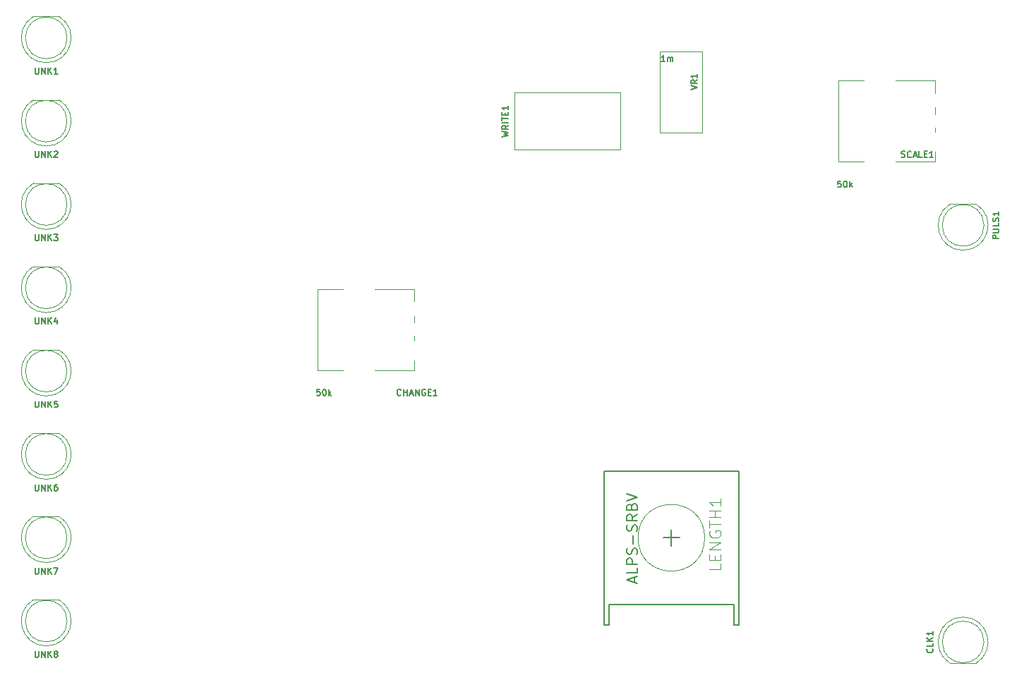
<source format=gbr>
G04 #@! TF.GenerationSoftware,KiCad,Pcbnew,(6.0.5)*
G04 #@! TF.CreationDate,2022-07-14T12:29:54-05:00*
G04 #@! TF.ProjectId,TuringMain,54757269-6e67-44d6-9169-6e2e6b696361,rev?*
G04 #@! TF.SameCoordinates,Original*
G04 #@! TF.FileFunction,Legend,Top*
G04 #@! TF.FilePolarity,Positive*
%FSLAX46Y46*%
G04 Gerber Fmt 4.6, Leading zero omitted, Abs format (unit mm)*
G04 Created by KiCad (PCBNEW (6.0.5)) date 2022-07-14 12:29:54*
%MOMM*%
%LPD*%
G01*
G04 APERTURE LIST*
%ADD10C,0.150000*%
%ADD11C,0.120000*%
%ADD12C,0.127000*%
%ADD13C,0.080000*%
G04 APERTURE END LIST*
D10*
X58660714Y-63589285D02*
X58660714Y-64196428D01*
X58696428Y-64267857D01*
X58732142Y-64303571D01*
X58803571Y-64339285D01*
X58946428Y-64339285D01*
X59017857Y-64303571D01*
X59053571Y-64267857D01*
X59089285Y-64196428D01*
X59089285Y-63589285D01*
X59446428Y-64339285D02*
X59446428Y-63589285D01*
X59875000Y-64339285D01*
X59875000Y-63589285D01*
X60232142Y-64339285D02*
X60232142Y-63589285D01*
X60660714Y-64339285D02*
X60339285Y-63910714D01*
X60660714Y-63589285D02*
X60232142Y-64017857D01*
X61375000Y-64339285D02*
X60946428Y-64339285D01*
X61160714Y-64339285D02*
X61160714Y-63589285D01*
X61089285Y-63696428D01*
X61017857Y-63767857D01*
X60946428Y-63803571D01*
X166307857Y-133308571D02*
X166343571Y-133344285D01*
X166379285Y-133451428D01*
X166379285Y-133522857D01*
X166343571Y-133630000D01*
X166272142Y-133701428D01*
X166200714Y-133737142D01*
X166057857Y-133772857D01*
X165950714Y-133772857D01*
X165807857Y-133737142D01*
X165736428Y-133701428D01*
X165665000Y-133630000D01*
X165629285Y-133522857D01*
X165629285Y-133451428D01*
X165665000Y-133344285D01*
X165700714Y-133308571D01*
X166379285Y-132630000D02*
X166379285Y-132987142D01*
X165629285Y-132987142D01*
X166379285Y-132380000D02*
X165629285Y-132380000D01*
X166379285Y-131951428D02*
X165950714Y-132272857D01*
X165629285Y-131951428D02*
X166057857Y-132380000D01*
X166379285Y-131237142D02*
X166379285Y-131665714D01*
X166379285Y-131451428D02*
X165629285Y-131451428D01*
X165736428Y-131522857D01*
X165807857Y-131594285D01*
X165843571Y-131665714D01*
X58660714Y-133589285D02*
X58660714Y-134196428D01*
X58696428Y-134267857D01*
X58732142Y-134303571D01*
X58803571Y-134339285D01*
X58946428Y-134339285D01*
X59017857Y-134303571D01*
X59053571Y-134267857D01*
X59089285Y-134196428D01*
X59089285Y-133589285D01*
X59446428Y-134339285D02*
X59446428Y-133589285D01*
X59875000Y-134339285D01*
X59875000Y-133589285D01*
X60232142Y-134339285D02*
X60232142Y-133589285D01*
X60660714Y-134339285D02*
X60339285Y-133910714D01*
X60660714Y-133589285D02*
X60232142Y-134017857D01*
X61089285Y-133910714D02*
X61017857Y-133875000D01*
X60982142Y-133839285D01*
X60946428Y-133767857D01*
X60946428Y-133732142D01*
X60982142Y-133660714D01*
X61017857Y-133625000D01*
X61089285Y-133589285D01*
X61232142Y-133589285D01*
X61303571Y-133625000D01*
X61339285Y-133660714D01*
X61375000Y-133732142D01*
X61375000Y-133767857D01*
X61339285Y-133839285D01*
X61303571Y-133875000D01*
X61232142Y-133910714D01*
X61089285Y-133910714D01*
X61017857Y-133946428D01*
X60982142Y-133982142D01*
X60946428Y-134053571D01*
X60946428Y-134196428D01*
X60982142Y-134267857D01*
X61017857Y-134303571D01*
X61089285Y-134339285D01*
X61232142Y-134339285D01*
X61303571Y-134303571D01*
X61339285Y-134267857D01*
X61375000Y-134196428D01*
X61375000Y-134053571D01*
X61339285Y-133982142D01*
X61303571Y-133946428D01*
X61232142Y-133910714D01*
X58660714Y-123589285D02*
X58660714Y-124196428D01*
X58696428Y-124267857D01*
X58732142Y-124303571D01*
X58803571Y-124339285D01*
X58946428Y-124339285D01*
X59017857Y-124303571D01*
X59053571Y-124267857D01*
X59089285Y-124196428D01*
X59089285Y-123589285D01*
X59446428Y-124339285D02*
X59446428Y-123589285D01*
X59875000Y-124339285D01*
X59875000Y-123589285D01*
X60232142Y-124339285D02*
X60232142Y-123589285D01*
X60660714Y-124339285D02*
X60339285Y-123910714D01*
X60660714Y-123589285D02*
X60232142Y-124017857D01*
X60910714Y-123589285D02*
X61410714Y-123589285D01*
X61089285Y-124339285D01*
X58660714Y-73589285D02*
X58660714Y-74196428D01*
X58696428Y-74267857D01*
X58732142Y-74303571D01*
X58803571Y-74339285D01*
X58946428Y-74339285D01*
X59017857Y-74303571D01*
X59053571Y-74267857D01*
X59089285Y-74196428D01*
X59089285Y-73589285D01*
X59446428Y-74339285D02*
X59446428Y-73589285D01*
X59875000Y-74339285D01*
X59875000Y-73589285D01*
X60232142Y-74339285D02*
X60232142Y-73589285D01*
X60660714Y-74339285D02*
X60339285Y-73910714D01*
X60660714Y-73589285D02*
X60232142Y-74017857D01*
X60946428Y-73660714D02*
X60982142Y-73625000D01*
X61053571Y-73589285D01*
X61232142Y-73589285D01*
X61303571Y-73625000D01*
X61339285Y-73660714D01*
X61375000Y-73732142D01*
X61375000Y-73803571D01*
X61339285Y-73910714D01*
X60910714Y-74339285D01*
X61375000Y-74339285D01*
X174299285Y-84107142D02*
X173549285Y-84107142D01*
X173549285Y-83821428D01*
X173585000Y-83750000D01*
X173620714Y-83714285D01*
X173692142Y-83678571D01*
X173799285Y-83678571D01*
X173870714Y-83714285D01*
X173906428Y-83750000D01*
X173942142Y-83821428D01*
X173942142Y-84107142D01*
X173549285Y-83357142D02*
X174156428Y-83357142D01*
X174227857Y-83321428D01*
X174263571Y-83285714D01*
X174299285Y-83214285D01*
X174299285Y-83071428D01*
X174263571Y-83000000D01*
X174227857Y-82964285D01*
X174156428Y-82928571D01*
X173549285Y-82928571D01*
X174299285Y-82214285D02*
X174299285Y-82571428D01*
X173549285Y-82571428D01*
X174263571Y-82000000D02*
X174299285Y-81892857D01*
X174299285Y-81714285D01*
X174263571Y-81642857D01*
X174227857Y-81607142D01*
X174156428Y-81571428D01*
X174085000Y-81571428D01*
X174013571Y-81607142D01*
X173977857Y-81642857D01*
X173942142Y-81714285D01*
X173906428Y-81857142D01*
X173870714Y-81928571D01*
X173835000Y-81964285D01*
X173763571Y-82000000D01*
X173692142Y-82000000D01*
X173620714Y-81964285D01*
X173585000Y-81928571D01*
X173549285Y-81857142D01*
X173549285Y-81678571D01*
X173585000Y-81571428D01*
X174299285Y-80857142D02*
X174299285Y-81285714D01*
X174299285Y-81071428D02*
X173549285Y-81071428D01*
X173656428Y-81142857D01*
X173727857Y-81214285D01*
X173763571Y-81285714D01*
X114689285Y-71857142D02*
X115439285Y-71678571D01*
X114903571Y-71535714D01*
X115439285Y-71392857D01*
X114689285Y-71214285D01*
X115439285Y-70500000D02*
X115082142Y-70750000D01*
X115439285Y-70928571D02*
X114689285Y-70928571D01*
X114689285Y-70642857D01*
X114725000Y-70571428D01*
X114760714Y-70535714D01*
X114832142Y-70500000D01*
X114939285Y-70500000D01*
X115010714Y-70535714D01*
X115046428Y-70571428D01*
X115082142Y-70642857D01*
X115082142Y-70928571D01*
X115439285Y-70178571D02*
X114689285Y-70178571D01*
X114689285Y-69928571D02*
X114689285Y-69500000D01*
X115439285Y-69714285D02*
X114689285Y-69714285D01*
X115046428Y-69250000D02*
X115046428Y-69000000D01*
X115439285Y-68892857D02*
X115439285Y-69250000D01*
X114689285Y-69250000D01*
X114689285Y-68892857D01*
X115439285Y-68178571D02*
X115439285Y-68607142D01*
X115439285Y-68392857D02*
X114689285Y-68392857D01*
X114796428Y-68464285D01*
X114867857Y-68535714D01*
X114903571Y-68607142D01*
X58660714Y-83589285D02*
X58660714Y-84196428D01*
X58696428Y-84267857D01*
X58732142Y-84303571D01*
X58803571Y-84339285D01*
X58946428Y-84339285D01*
X59017857Y-84303571D01*
X59053571Y-84267857D01*
X59089285Y-84196428D01*
X59089285Y-83589285D01*
X59446428Y-84339285D02*
X59446428Y-83589285D01*
X59875000Y-84339285D01*
X59875000Y-83589285D01*
X60232142Y-84339285D02*
X60232142Y-83589285D01*
X60660714Y-84339285D02*
X60339285Y-83910714D01*
X60660714Y-83589285D02*
X60232142Y-84017857D01*
X60910714Y-83589285D02*
X61375000Y-83589285D01*
X61125000Y-83875000D01*
X61232142Y-83875000D01*
X61303571Y-83910714D01*
X61339285Y-83946428D01*
X61375000Y-84017857D01*
X61375000Y-84196428D01*
X61339285Y-84267857D01*
X61303571Y-84303571D01*
X61232142Y-84339285D01*
X61017857Y-84339285D01*
X60946428Y-84303571D01*
X60910714Y-84267857D01*
X137339285Y-66232142D02*
X138089285Y-65982142D01*
X137339285Y-65732142D01*
X138089285Y-65053571D02*
X137732142Y-65303571D01*
X138089285Y-65482142D02*
X137339285Y-65482142D01*
X137339285Y-65196428D01*
X137375000Y-65125000D01*
X137410714Y-65089285D01*
X137482142Y-65053571D01*
X137589285Y-65053571D01*
X137660714Y-65089285D01*
X137696428Y-65125000D01*
X137732142Y-65196428D01*
X137732142Y-65482142D01*
X138089285Y-64339285D02*
X138089285Y-64767857D01*
X138089285Y-64553571D02*
X137339285Y-64553571D01*
X137446428Y-64625000D01*
X137517857Y-64696428D01*
X137553571Y-64767857D01*
X134214285Y-62839285D02*
X133785714Y-62839285D01*
X134000000Y-62839285D02*
X134000000Y-62089285D01*
X133928571Y-62196428D01*
X133857142Y-62267857D01*
X133785714Y-62303571D01*
X134535714Y-62839285D02*
X134535714Y-62339285D01*
X134535714Y-62410714D02*
X134571428Y-62375000D01*
X134642857Y-62339285D01*
X134750000Y-62339285D01*
X134821428Y-62375000D01*
X134857142Y-62446428D01*
X134857142Y-62839285D01*
X134857142Y-62446428D02*
X134892857Y-62375000D01*
X134964285Y-62339285D01*
X135071428Y-62339285D01*
X135142857Y-62375000D01*
X135178571Y-62446428D01*
X135178571Y-62839285D01*
X58660714Y-103589285D02*
X58660714Y-104196428D01*
X58696428Y-104267857D01*
X58732142Y-104303571D01*
X58803571Y-104339285D01*
X58946428Y-104339285D01*
X59017857Y-104303571D01*
X59053571Y-104267857D01*
X59089285Y-104196428D01*
X59089285Y-103589285D01*
X59446428Y-104339285D02*
X59446428Y-103589285D01*
X59875000Y-104339285D01*
X59875000Y-103589285D01*
X60232142Y-104339285D02*
X60232142Y-103589285D01*
X60660714Y-104339285D02*
X60339285Y-103910714D01*
X60660714Y-103589285D02*
X60232142Y-104017857D01*
X61339285Y-103589285D02*
X60982142Y-103589285D01*
X60946428Y-103946428D01*
X60982142Y-103910714D01*
X61053571Y-103875000D01*
X61232142Y-103875000D01*
X61303571Y-103910714D01*
X61339285Y-103946428D01*
X61375000Y-104017857D01*
X61375000Y-104196428D01*
X61339285Y-104267857D01*
X61303571Y-104303571D01*
X61232142Y-104339285D01*
X61053571Y-104339285D01*
X60982142Y-104303571D01*
X60946428Y-104267857D01*
X162589285Y-74303571D02*
X162696428Y-74339285D01*
X162875000Y-74339285D01*
X162946428Y-74303571D01*
X162982142Y-74267857D01*
X163017857Y-74196428D01*
X163017857Y-74125000D01*
X162982142Y-74053571D01*
X162946428Y-74017857D01*
X162875000Y-73982142D01*
X162732142Y-73946428D01*
X162660714Y-73910714D01*
X162625000Y-73875000D01*
X162589285Y-73803571D01*
X162589285Y-73732142D01*
X162625000Y-73660714D01*
X162660714Y-73625000D01*
X162732142Y-73589285D01*
X162910714Y-73589285D01*
X163017857Y-73625000D01*
X163767857Y-74267857D02*
X163732142Y-74303571D01*
X163625000Y-74339285D01*
X163553571Y-74339285D01*
X163446428Y-74303571D01*
X163375000Y-74232142D01*
X163339285Y-74160714D01*
X163303571Y-74017857D01*
X163303571Y-73910714D01*
X163339285Y-73767857D01*
X163375000Y-73696428D01*
X163446428Y-73625000D01*
X163553571Y-73589285D01*
X163625000Y-73589285D01*
X163732142Y-73625000D01*
X163767857Y-73660714D01*
X164053571Y-74125000D02*
X164410714Y-74125000D01*
X163982142Y-74339285D02*
X164232142Y-73589285D01*
X164482142Y-74339285D01*
X165089285Y-74339285D02*
X164732142Y-74339285D01*
X164732142Y-73589285D01*
X165339285Y-73946428D02*
X165589285Y-73946428D01*
X165696428Y-74339285D02*
X165339285Y-74339285D01*
X165339285Y-73589285D01*
X165696428Y-73589285D01*
X166410714Y-74339285D02*
X165982142Y-74339285D01*
X166196428Y-74339285D02*
X166196428Y-73589285D01*
X166125000Y-73696428D01*
X166053571Y-73767857D01*
X165982142Y-73803571D01*
X155333857Y-77169285D02*
X154976714Y-77169285D01*
X154941000Y-77526428D01*
X154976714Y-77490714D01*
X155048142Y-77455000D01*
X155226714Y-77455000D01*
X155298142Y-77490714D01*
X155333857Y-77526428D01*
X155369571Y-77597857D01*
X155369571Y-77776428D01*
X155333857Y-77847857D01*
X155298142Y-77883571D01*
X155226714Y-77919285D01*
X155048142Y-77919285D01*
X154976714Y-77883571D01*
X154941000Y-77847857D01*
X155833857Y-77169285D02*
X155905285Y-77169285D01*
X155976714Y-77205000D01*
X156012428Y-77240714D01*
X156048142Y-77312142D01*
X156083857Y-77455000D01*
X156083857Y-77633571D01*
X156048142Y-77776428D01*
X156012428Y-77847857D01*
X155976714Y-77883571D01*
X155905285Y-77919285D01*
X155833857Y-77919285D01*
X155762428Y-77883571D01*
X155726714Y-77847857D01*
X155691000Y-77776428D01*
X155655285Y-77633571D01*
X155655285Y-77455000D01*
X155691000Y-77312142D01*
X155726714Y-77240714D01*
X155762428Y-77205000D01*
X155833857Y-77169285D01*
X156405285Y-77919285D02*
X156405285Y-77169285D01*
X156476714Y-77633571D02*
X156691000Y-77919285D01*
X156691000Y-77419285D02*
X156405285Y-77705000D01*
D11*
X140934285Y-123095142D02*
X140934285Y-123752285D01*
X139554285Y-123752285D01*
X140211428Y-122635142D02*
X140211428Y-122175142D01*
X140934285Y-121978000D02*
X140934285Y-122635142D01*
X139554285Y-122635142D01*
X139554285Y-121978000D01*
X140934285Y-121386571D02*
X139554285Y-121386571D01*
X140934285Y-120598000D01*
X139554285Y-120598000D01*
X139620000Y-119218000D02*
X139554285Y-119349428D01*
X139554285Y-119546571D01*
X139620000Y-119743714D01*
X139751428Y-119875142D01*
X139882857Y-119940857D01*
X140145714Y-120006571D01*
X140342857Y-120006571D01*
X140605714Y-119940857D01*
X140737142Y-119875142D01*
X140868571Y-119743714D01*
X140934285Y-119546571D01*
X140934285Y-119415142D01*
X140868571Y-119218000D01*
X140802857Y-119152285D01*
X140342857Y-119152285D01*
X140342857Y-119415142D01*
X139554285Y-118758000D02*
X139554285Y-117969428D01*
X140934285Y-118363714D02*
X139554285Y-118363714D01*
X140934285Y-117509428D02*
X139554285Y-117509428D01*
X140211428Y-117509428D02*
X140211428Y-116720857D01*
X140934285Y-116720857D02*
X139554285Y-116720857D01*
X140934285Y-115340857D02*
X140934285Y-116129428D01*
X140934285Y-115735142D02*
X139554285Y-115735142D01*
X139751428Y-115866571D01*
X139882857Y-115998000D01*
X139948571Y-116129428D01*
D10*
X130561666Y-125361428D02*
X130561666Y-124756666D01*
X130924523Y-125482380D02*
X129654523Y-125059047D01*
X130924523Y-124635714D01*
X130924523Y-123607619D02*
X130924523Y-124212380D01*
X129654523Y-124212380D01*
X130924523Y-123184285D02*
X129654523Y-123184285D01*
X129654523Y-122700476D01*
X129715000Y-122579523D01*
X129775476Y-122519047D01*
X129896428Y-122458571D01*
X130077857Y-122458571D01*
X130198809Y-122519047D01*
X130259285Y-122579523D01*
X130319761Y-122700476D01*
X130319761Y-123184285D01*
X130864047Y-121974761D02*
X130924523Y-121793333D01*
X130924523Y-121490952D01*
X130864047Y-121370000D01*
X130803571Y-121309523D01*
X130682619Y-121249047D01*
X130561666Y-121249047D01*
X130440714Y-121309523D01*
X130380238Y-121370000D01*
X130319761Y-121490952D01*
X130259285Y-121732857D01*
X130198809Y-121853809D01*
X130138333Y-121914285D01*
X130017380Y-121974761D01*
X129896428Y-121974761D01*
X129775476Y-121914285D01*
X129715000Y-121853809D01*
X129654523Y-121732857D01*
X129654523Y-121430476D01*
X129715000Y-121249047D01*
X130440714Y-120704761D02*
X130440714Y-119737142D01*
X130864047Y-119192857D02*
X130924523Y-119011428D01*
X130924523Y-118709047D01*
X130864047Y-118588095D01*
X130803571Y-118527619D01*
X130682619Y-118467142D01*
X130561666Y-118467142D01*
X130440714Y-118527619D01*
X130380238Y-118588095D01*
X130319761Y-118709047D01*
X130259285Y-118950952D01*
X130198809Y-119071904D01*
X130138333Y-119132380D01*
X130017380Y-119192857D01*
X129896428Y-119192857D01*
X129775476Y-119132380D01*
X129715000Y-119071904D01*
X129654523Y-118950952D01*
X129654523Y-118648571D01*
X129715000Y-118467142D01*
X130924523Y-117197142D02*
X130319761Y-117620476D01*
X130924523Y-117922857D02*
X129654523Y-117922857D01*
X129654523Y-117439047D01*
X129715000Y-117318095D01*
X129775476Y-117257619D01*
X129896428Y-117197142D01*
X130077857Y-117197142D01*
X130198809Y-117257619D01*
X130259285Y-117318095D01*
X130319761Y-117439047D01*
X130319761Y-117922857D01*
X130259285Y-116229523D02*
X130319761Y-116048095D01*
X130380238Y-115987619D01*
X130501190Y-115927142D01*
X130682619Y-115927142D01*
X130803571Y-115987619D01*
X130864047Y-116048095D01*
X130924523Y-116169047D01*
X130924523Y-116652857D01*
X129654523Y-116652857D01*
X129654523Y-116229523D01*
X129715000Y-116108571D01*
X129775476Y-116048095D01*
X129896428Y-115987619D01*
X130017380Y-115987619D01*
X130138333Y-116048095D01*
X130198809Y-116108571D01*
X130259285Y-116229523D01*
X130259285Y-116652857D01*
X129654523Y-115564285D02*
X130924523Y-115140952D01*
X129654523Y-114717619D01*
X58660714Y-113589285D02*
X58660714Y-114196428D01*
X58696428Y-114267857D01*
X58732142Y-114303571D01*
X58803571Y-114339285D01*
X58946428Y-114339285D01*
X59017857Y-114303571D01*
X59053571Y-114267857D01*
X59089285Y-114196428D01*
X59089285Y-113589285D01*
X59446428Y-114339285D02*
X59446428Y-113589285D01*
X59875000Y-114339285D01*
X59875000Y-113589285D01*
X60232142Y-114339285D02*
X60232142Y-113589285D01*
X60660714Y-114339285D02*
X60339285Y-113910714D01*
X60660714Y-113589285D02*
X60232142Y-114017857D01*
X61303571Y-113589285D02*
X61160714Y-113589285D01*
X61089285Y-113625000D01*
X61053571Y-113660714D01*
X60982142Y-113767857D01*
X60946428Y-113910714D01*
X60946428Y-114196428D01*
X60982142Y-114267857D01*
X61017857Y-114303571D01*
X61089285Y-114339285D01*
X61232142Y-114339285D01*
X61303571Y-114303571D01*
X61339285Y-114267857D01*
X61375000Y-114196428D01*
X61375000Y-114017857D01*
X61339285Y-113946428D01*
X61303571Y-113910714D01*
X61232142Y-113875000D01*
X61089285Y-113875000D01*
X61017857Y-113910714D01*
X60982142Y-113946428D01*
X60946428Y-114017857D01*
X102545571Y-102847857D02*
X102509857Y-102883571D01*
X102402714Y-102919285D01*
X102331285Y-102919285D01*
X102224142Y-102883571D01*
X102152714Y-102812142D01*
X102117000Y-102740714D01*
X102081285Y-102597857D01*
X102081285Y-102490714D01*
X102117000Y-102347857D01*
X102152714Y-102276428D01*
X102224142Y-102205000D01*
X102331285Y-102169285D01*
X102402714Y-102169285D01*
X102509857Y-102205000D01*
X102545571Y-102240714D01*
X102867000Y-102919285D02*
X102867000Y-102169285D01*
X102867000Y-102526428D02*
X103295571Y-102526428D01*
X103295571Y-102919285D02*
X103295571Y-102169285D01*
X103617000Y-102705000D02*
X103974142Y-102705000D01*
X103545571Y-102919285D02*
X103795571Y-102169285D01*
X104045571Y-102919285D01*
X104295571Y-102919285D02*
X104295571Y-102169285D01*
X104724142Y-102919285D01*
X104724142Y-102169285D01*
X105474142Y-102205000D02*
X105402714Y-102169285D01*
X105295571Y-102169285D01*
X105188428Y-102205000D01*
X105117000Y-102276428D01*
X105081285Y-102347857D01*
X105045571Y-102490714D01*
X105045571Y-102597857D01*
X105081285Y-102740714D01*
X105117000Y-102812142D01*
X105188428Y-102883571D01*
X105295571Y-102919285D01*
X105367000Y-102919285D01*
X105474142Y-102883571D01*
X105509857Y-102847857D01*
X105509857Y-102597857D01*
X105367000Y-102597857D01*
X105831285Y-102526428D02*
X106081285Y-102526428D01*
X106188428Y-102919285D02*
X105831285Y-102919285D01*
X105831285Y-102169285D01*
X106188428Y-102169285D01*
X106902714Y-102919285D02*
X106474142Y-102919285D01*
X106688428Y-102919285D02*
X106688428Y-102169285D01*
X106617000Y-102276428D01*
X106545571Y-102347857D01*
X106474142Y-102383571D01*
X92833857Y-102169285D02*
X92476714Y-102169285D01*
X92441000Y-102526428D01*
X92476714Y-102490714D01*
X92548142Y-102455000D01*
X92726714Y-102455000D01*
X92798142Y-102490714D01*
X92833857Y-102526428D01*
X92869571Y-102597857D01*
X92869571Y-102776428D01*
X92833857Y-102847857D01*
X92798142Y-102883571D01*
X92726714Y-102919285D01*
X92548142Y-102919285D01*
X92476714Y-102883571D01*
X92441000Y-102847857D01*
X93333857Y-102169285D02*
X93405285Y-102169285D01*
X93476714Y-102205000D01*
X93512428Y-102240714D01*
X93548142Y-102312142D01*
X93583857Y-102455000D01*
X93583857Y-102633571D01*
X93548142Y-102776428D01*
X93512428Y-102847857D01*
X93476714Y-102883571D01*
X93405285Y-102919285D01*
X93333857Y-102919285D01*
X93262428Y-102883571D01*
X93226714Y-102847857D01*
X93191000Y-102776428D01*
X93155285Y-102633571D01*
X93155285Y-102455000D01*
X93191000Y-102312142D01*
X93226714Y-102240714D01*
X93262428Y-102205000D01*
X93333857Y-102169285D01*
X93905285Y-102919285D02*
X93905285Y-102169285D01*
X93976714Y-102633571D02*
X94191000Y-102919285D01*
X94191000Y-102419285D02*
X93905285Y-102705000D01*
X58660714Y-93589285D02*
X58660714Y-94196428D01*
X58696428Y-94267857D01*
X58732142Y-94303571D01*
X58803571Y-94339285D01*
X58946428Y-94339285D01*
X59017857Y-94303571D01*
X59053571Y-94267857D01*
X59089285Y-94196428D01*
X59089285Y-93589285D01*
X59446428Y-94339285D02*
X59446428Y-93589285D01*
X59875000Y-94339285D01*
X59875000Y-93589285D01*
X60232142Y-94339285D02*
X60232142Y-93589285D01*
X60660714Y-94339285D02*
X60339285Y-93910714D01*
X60660714Y-93589285D02*
X60232142Y-94017857D01*
X61303571Y-93839285D02*
X61303571Y-94339285D01*
X61125000Y-93553571D02*
X60946428Y-94089285D01*
X61410714Y-94089285D01*
D11*
X61545000Y-57435000D02*
X58455000Y-57435000D01*
X59999538Y-62985000D02*
G75*
G03*
X61544830Y-57435000I462J2990000D01*
G01*
X58455170Y-57435000D02*
G75*
G03*
X60000462Y-62985000I1544830J-2560000D01*
G01*
X62500000Y-59995000D02*
G75*
G03*
X62500000Y-59995000I-2500000J0D01*
G01*
X168455000Y-135065000D02*
X171545000Y-135065000D01*
X170000462Y-129515000D02*
G75*
G03*
X168455170Y-135065000I-462J-2990000D01*
G01*
X171544830Y-135065000D02*
G75*
G03*
X169999538Y-129515000I-1544830J2560000D01*
G01*
X172500000Y-132505000D02*
G75*
G03*
X172500000Y-132505000I-2500000J0D01*
G01*
X61545000Y-127435000D02*
X58455000Y-127435000D01*
X59999538Y-132985000D02*
G75*
G03*
X61544830Y-127435000I462J2990000D01*
G01*
X58455170Y-127435000D02*
G75*
G03*
X60000462Y-132985000I1544830J-2560000D01*
G01*
X62500000Y-129995000D02*
G75*
G03*
X62500000Y-129995000I-2500000J0D01*
G01*
X61545000Y-117435000D02*
X58455000Y-117435000D01*
X59999538Y-122985000D02*
G75*
G03*
X61544830Y-117435000I462J2990000D01*
G01*
X58455170Y-117435000D02*
G75*
G03*
X60000462Y-122985000I1544830J-2560000D01*
G01*
X62500000Y-119995000D02*
G75*
G03*
X62500000Y-119995000I-2500000J0D01*
G01*
X61545000Y-67435000D02*
X58455000Y-67435000D01*
X59999538Y-72985000D02*
G75*
G03*
X61544830Y-67435000I462J2990000D01*
G01*
X58455170Y-67435000D02*
G75*
G03*
X60000462Y-72985000I1544830J-2560000D01*
G01*
X62500000Y-69995000D02*
G75*
G03*
X62500000Y-69995000I-2500000J0D01*
G01*
X171545000Y-79940000D02*
X168455000Y-79940000D01*
X169999538Y-85490000D02*
G75*
G03*
X171544830Y-79940000I462J2990000D01*
G01*
X168455170Y-79940000D02*
G75*
G03*
X170000462Y-85490000I1544830J-2560000D01*
G01*
X172500000Y-82500000D02*
G75*
G03*
X172500000Y-82500000I-2500000J0D01*
G01*
X116150000Y-66570000D02*
X128850000Y-66570000D01*
X116150000Y-66580000D02*
X116160000Y-66580000D01*
X128840000Y-73430000D02*
X116150000Y-73430000D01*
X128850000Y-66570000D02*
X128850000Y-73430000D01*
X116150000Y-73430000D02*
X116150000Y-66580000D01*
X61545000Y-77435000D02*
X58455000Y-77435000D01*
X59999538Y-82985000D02*
G75*
G03*
X61544830Y-77435000I462J2990000D01*
G01*
X58455170Y-77435000D02*
G75*
G03*
X60000462Y-82985000I1544830J-2560000D01*
G01*
X62500000Y-79995000D02*
G75*
G03*
X62500000Y-79995000I-2500000J0D01*
G01*
X138680000Y-71385000D02*
X133610000Y-71385000D01*
X133610000Y-61615000D02*
X133610000Y-71385000D01*
X138680000Y-61615000D02*
X133610000Y-61615000D01*
X138680000Y-61615000D02*
X138680000Y-71385000D01*
X61545000Y-97435000D02*
X58455000Y-97435000D01*
X59999538Y-102985000D02*
G75*
G03*
X61544830Y-97435000I462J2990000D01*
G01*
X58455170Y-97435000D02*
G75*
G03*
X60000462Y-102985000I1544830J-2560000D01*
G01*
X62500000Y-99995000D02*
G75*
G03*
X62500000Y-99995000I-2500000J0D01*
G01*
X166620000Y-65130000D02*
X166620000Y-66620000D01*
X155030000Y-65130000D02*
X155030000Y-74870000D01*
X166620000Y-73690000D02*
X166620000Y-74870000D01*
X166620000Y-65130000D02*
X161900000Y-65130000D01*
X166620000Y-68340000D02*
X166620000Y-69170000D01*
X158090000Y-65130000D02*
X155030000Y-65130000D01*
X166620000Y-70790000D02*
X166620000Y-71320000D01*
X158090000Y-74870000D02*
X155030000Y-74870000D01*
X166620000Y-74880000D02*
X161900000Y-74880000D01*
D12*
X127500000Y-130500000D02*
X127500000Y-128000000D01*
X142500000Y-130500000D02*
X143100000Y-130500000D01*
X135000000Y-119000000D02*
X135000000Y-121000000D01*
X126900000Y-112000000D02*
X126900000Y-130500000D01*
X126900000Y-130500000D02*
X127500000Y-130500000D01*
X136000000Y-120000000D02*
X134000000Y-120000000D01*
X143100000Y-112000000D02*
X126900000Y-112000000D01*
X127500000Y-128000000D02*
X142500000Y-128000000D01*
X142500000Y-128000000D02*
X142500000Y-130500000D01*
X143100000Y-130500000D02*
X143100000Y-112000000D01*
D13*
X139000000Y-120000000D02*
G75*
G03*
X139000000Y-120000000I-4000000J0D01*
G01*
D11*
X61545000Y-107435000D02*
X58455000Y-107435000D01*
X59999538Y-112985000D02*
G75*
G03*
X61544830Y-107435000I462J2990000D01*
G01*
X58455170Y-107435000D02*
G75*
G03*
X60000462Y-112985000I1544830J-2560000D01*
G01*
X62500000Y-109995000D02*
G75*
G03*
X62500000Y-109995000I-2500000J0D01*
G01*
X104120000Y-99880000D02*
X99400000Y-99880000D01*
X104120000Y-90130000D02*
X104120000Y-91620000D01*
X104120000Y-95790000D02*
X104120000Y-96320000D01*
X92530000Y-90130000D02*
X92530000Y-99870000D01*
X104120000Y-98690000D02*
X104120000Y-99870000D01*
X104120000Y-90130000D02*
X99400000Y-90130000D01*
X95590000Y-90130000D02*
X92530000Y-90130000D01*
X95590000Y-99870000D02*
X92530000Y-99870000D01*
X104120000Y-93340000D02*
X104120000Y-94170000D01*
X61545000Y-87435000D02*
X58455000Y-87435000D01*
X58455170Y-87435000D02*
G75*
G03*
X60000462Y-92985000I1544830J-2560000D01*
G01*
X59999538Y-92985000D02*
G75*
G03*
X61544830Y-87435000I462J2990000D01*
G01*
X62500000Y-89995000D02*
G75*
G03*
X62500000Y-89995000I-2500000J0D01*
G01*
M02*

</source>
